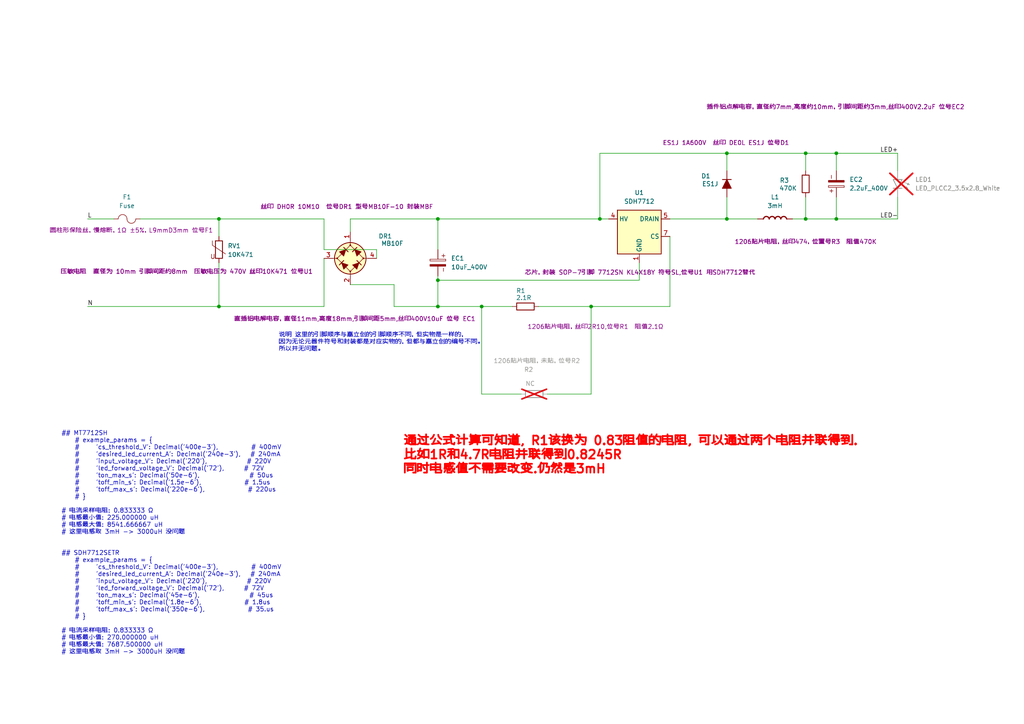
<source format=kicad_sch>
(kicad_sch (version 20250114) (generator "eeschema") (generator_version "9.0")
  (paper "A4")
  (lib_symbols
    (symbol "Device:Varistor" (pin_numbers (hide yes)) (pin_names (offset 0))
      (property "Reference" "RV" (at 3.175 0 90))
      (property "Value" "Varistor" (at -3.175 0 90))
      (symbol "Varistor_0_0"
        (text "U" (at -1.778 -2.032 0) (effects (font (size 1.27 1.27))))
      )
      (symbol "Varistor_0_1"
        (polyline (pts (xy -1.905 2.54) (xy -1.905 1.27) (xy 1.905 -1.27)))
        (rectangle (start -1.016 -2.54) (end 1.016 2.54) (stroke (width 0.254)))
      )
      (symbol "Varistor_1_1"
        (pin passive line (at 0 3.81 270) (length 1.27) (name "~") (number "1"))
        (pin passive line (at 0 -3.81 90) (length 1.27) (name "~") (number "2"))
      )
    )
    (symbol "Library:SDH7712"
      (property "Reference" "U" (at 0 0 0))
      (property "Value" "SDH7712" (at 0 0 0))
      (symbol "SDH7712_0_1"
        (rectangle (start -6.35 7.62) (end 6.35 -5.08) (stroke (width 0.254)) (fill (type background)))
      )
      (symbol "SDH7712_1_1"
        (pin power_in line (at -8.89 5.08 0) (length 2.54) (name "HV") (number "4"))
        (pin no_connect line (at -2.54 2.54 0) (length 2.54) (hide yes) (name "NC") (number "2"))
        (pin no_connect line (at -2.54 2.54 0) (length 2.54) (hide yes) (name "NC") (number "3"))
        (pin power_in line (at 0 -7.62 90) (length 2.54) (name "GND") (number "1"))
        (pin power_out line (at 8.89 5.08 180) (length 2.54) (name "DRAIN") (number "5"))
        (pin power_out line (at 8.89 5.08 180) (length 2.54) (hide yes) (name "DRAIN") (number "6"))
        (pin passive line (at 8.89 0 180) (length 2.54) (name "CS") (number "7"))
      )
    )
    (symbol "PCM_Device_AKL:Fuse" (pin_numbers (hide yes)) (pin_names (offset 0))
      (property "Reference" "F" (at 0 4.572 0))
      (property "Value" "Fuse" (at 0 3.175 0))
      (symbol "Fuse_0_1"
        (arc (start -2.54 0) (mid -1.27 1.2645) (end 0 0))
        (arc (start 2.54 0) (mid 1.27 -1.2645) (end 0 0))
      )
      (symbol "Fuse_1_1"
        (pin passive line (at -3.81 0 0) (length 1.27) (name "~") (number "1"))
        (pin passive line (at 3.81 0 180) (length 1.27) (name "~") (number "2"))
      )
    )
    (symbol "PCM_Diode_AKL:ES1J" (pin_numbers (hide yes)) (pin_names (offset 1.016) (hide yes))
      (property "Reference" "D" (at 0 5.08 0))
      (property "Value" "ES1J" (at 0 2.54 0))
      (symbol "ES1J_0_1"
        (polyline (pts (xy -1.27 1.27) (xy -1.27 -1.27) (xy 1.27 0) (xy -1.27 1.27)) (stroke (width 0.254)) (fill (type outline)))
        (polyline (pts (xy -1.27 0) (xy 1.27 0)))
        (polyline (pts (xy 1.27 1.27) (xy 1.27 -1.27)) (stroke (width 0.254)))
      )
      (symbol "ES1J_0_2"
        (polyline (pts (xy -2.54 -2.54) (xy 2.54 2.54)))
        (polyline (pts (xy -0.889 -0.889) (xy -1.778 0) (xy 0.889 0.889) (xy 0 -1.778) (xy -0.889 -0.889)) (stroke (width 0.254)) (fill (type outline)))
        (polyline (pts (xy 0 1.778) (xy 1.778 0)) (stroke (width 0.254)))
      )
      (symbol "ES1J_1_1"
        (pin passive line (at -3.81 0 0) (length 2.54) (name "A") (number "2"))
        (pin passive line (at 3.81 0 180) (length 2.54) (name "K") (number "1"))
      )
      (symbol "ES1J_1_2"
        (pin passive line (at -2.54 -2.54 0) (length 0) (name "A") (number "2"))
        (pin passive line (at 2.54 2.54 180) (length 0) (name "K") (number "1"))
      )
    )
    (symbol "PCM_Diode_Bridge_AKL:MB10F" (pin_names (offset 1.016) (hide yes))
      (property "Reference" "D" (at 5.08 7.62 0))
      (property "Value" "MB10F" (at 5.08 5.08 0))
      (symbol "MB10F_0_1"
        (polyline (pts (xy -5.08 0) (xy -3.81 0)))
        (circle (center -3.81 0) (radius 0.1778) (fill (type outline)))
        (polyline (pts (xy -2.54 -1.27) (xy -1.905 -3.175) (xy -0.635 -1.905) (xy -2.54 -1.27)) (fill (type outline)))
        (polyline (pts (xy -1.905 3.175) (xy -0.635 1.905)) (stroke (width 0.254)))
        (polyline (pts (xy -1.905 -0.635) (xy -3.175 -1.905)) (stroke (width 0.254)))
        (polyline (pts (xy -1.27 2.54) (xy -1.905 0.635) (xy -3.175 1.905) (xy -1.27 2.54)) (fill (type outline)))
        (polyline (pts (xy 0 5.08) (xy 0 3.81)))
        (polyline (pts (xy 0 3.81) (xy -3.81 0) (xy 0 -3.81) (xy 3.81 0) (xy 0 3.81)))
        (circle (center 0 0) (radius 4.572) (stroke (width 0.254)) (fill (type background)))
        (polyline (pts (xy 0 -5.08) (xy 0 -3.81)))
        (polyline (pts (xy 1.27 2.54) (xy 3.175 1.905) (xy 1.905 0.635) (xy 1.27 2.54)) (fill (type outline)))
        (polyline (pts (xy 1.905 3.175) (xy 0.635 1.905)) (stroke (width 0.254)))
        (polyline (pts (xy 2.54 -1.27) (xy 0.635 -1.905) (xy 1.905 -3.175) (xy 2.54 -1.27)) (fill (type outline)))
        (polyline (pts (xy 3.175 -1.905) (xy 1.905 -0.635)) (stroke (width 0.254)))
        (polyline (pts (xy 5.08 0) (xy 3.81 0)))
      )
      (symbol "MB10F_1_1"
        (circle (center 0 3.81) (radius 0.1778) (fill (type outline)))
        (circle (center 0 -3.81) (radius 0.1778) (fill (type outline)))
        (circle (center 3.81 0) (radius 0.1778) (fill (type outline)))
        (pin passive line (at -7.62 0 0) (length 2.54) (name "1") (number "3"))
        (pin passive line (at 0 7.62 270) (length 2.54) (name "+") (number "1"))
        (pin passive line (at 0 -7.62 90) (length 2.54) (name "-") (number "2"))
        (pin passive line (at 7.62 0 180) (length 2.54) (name "2") (number "4"))
      )
    )
    (symbol "PCM_Elektuur:L" (pin_numbers (hide yes)) (pin_names (offset 0) (hide yes))
      (property "Reference" "L" (at 2.54 3.175 0))
      (property "Value" "L" (at 2.54 -3.175 0))
      (symbol "L_1_0"
        (arc (start 0 3.302) (mid 0.6604 2.5146) (end 0 1.7272) (stroke (width 0.254)))
        (arc (start 0 1.6256) (mid 0.6604 0.8382) (end 0 0.0508) (stroke (width 0.254)))
        (arc (start 0 -0.0508) (mid 0.6604 -0.8382) (end 0 -1.6256) (stroke (width 0.254)))
        (arc (start 0 -1.7272) (mid 0.6604 -2.5146) (end 0 -3.302) (stroke (width 0.254)))
        (arc (start 0 3.4036) (mid 0.762 2.5146) (end 0 1.6256) (stroke (width 0.254)))
        (arc (start 0 1.7272) (mid 0.762 0.8382) (end 0 -0.0508) (stroke (width 0.254)))
        (arc (start 0 0.0508) (mid 0.762 -0.8382) (end 0 -1.7272) (stroke (width 0.254)))
        (arc (start 0 -1.6256) (mid 0.762 -2.5146) (end 0 -3.4036) (stroke (width 0.254)))
        (polyline (pts (xy 0 3.5052) (xy 0 3.302)) (stroke (width 0.254)))
        (polyline (pts (xy 0 1.7272) (xy 0 1.6256)) (stroke (width 0.254)))
        (polyline (pts (xy 0 0.0508) (xy 0 -0.0508)) (stroke (width 0.254)))
        (polyline (pts (xy 0 -1.6256) (xy 0 -1.7272)) (stroke (width 0.254)))
        (polyline (pts (xy 0 -3.302) (xy 0 -3.5052)) (stroke (width 0.254)))
        (pin passive line (at 0 5.08 270) (length 1.5748) (name "+") (number "1"))
        (pin passive line (at 0 -5.08 90) (length 1.5748) (name "-") (number "2"))
      )
      (symbol "L_1_2"
        (rectangle (start 1.524 3.3782) (end 1.9812 -3.3782) (stroke (width 0.254)) (fill (type outline)))
      )
      (symbol "L_1_3"
        (rectangle (start 1.524 3.0988) (end 1.9812 1.9304) (stroke (width 0.254)) (fill (type outline)))
        (rectangle (start 1.524 1.4224) (end 1.9812 0.254) (stroke (width 0.254)) (fill (type outline)))
        (rectangle (start 1.524 -0.254) (end 1.9812 -1.4224) (stroke (width 0.254)) (fill (type outline)))
        (rectangle (start 1.524 -1.9304) (end 1.9812 -3.0988) (stroke (width 0.254)) (fill (type outline)))
      )
    )
    (symbol "PCM_LED_AKL:LED_PLCC2_3.5x2.8_White" (pin_numbers (hide yes)) (pin_names (offset 1.016) (hide yes))
      (property "Reference" "LED" (at 0 7.62 0))
      (property "Value" "LED_PLCC2_3.5x2.8_White" (at 0 5.08 0))
      (symbol "LED_PLCC2_3.5x2.8_White_0_1"
        (polyline (pts (xy -1.27 1.27) (xy -1.27 -1.27) (xy 1.27 0) (xy -1.27 1.27)) (stroke (width 0.254)) (fill (type color) (color 255 255 255 1)))
        (polyline (pts (xy -0.508 1.905) (xy 0.254 3.429)) (stroke (width 0.1524)))
        (polyline (pts (xy 0.254 2.794) (xy -0.254 3.048) (xy 0.254 3.429) (xy 0.254 2.794)) (fill (type outline)))
        (polyline (pts (xy 0.508 1.397) (xy 1.27 2.921)) (stroke (width 0.1524)))
        (polyline (pts (xy 1.27 2.286) (xy 0.762 2.54) (xy 1.27 2.921) (xy 1.27 2.286)) (stroke (width 0.1524)) (fill (type outline)))
        (polyline (pts (xy 1.27 1.27) (xy 1.27 -1.27)) (stroke (width 0.254)))
      )
      (symbol "LED_PLCC2_3.5x2.8_White_0_2"
        (polyline (pts (xy -2.54 -2.54) (xy -0.889 -0.889)))
        (polyline (pts (xy -2.159 2.413) (xy -2.286 1.778) (xy -1.6764 1.9812) (xy -2.159 2.413)) (fill (type outline)))
        (polyline (pts (xy -1.651 0.889) (xy -2.159 2.413)))
        (polyline (pts (xy -1.016 2.794) (xy -1.143 2.159) (xy -0.5334 2.3622) (xy -1.016 2.794)) (fill (type outline)))
        (polyline (pts (xy -0.889 -0.889) (xy -1.778 0) (xy 0.889 0.889) (xy 0 -1.778) (xy -0.889 -0.889)) (stroke (width 0.254)) (fill (type color) (color 255 255 255 1)))
        (polyline (pts (xy -0.508 1.27) (xy -1.016 2.794)))
        (polyline (pts (xy 0 1.778) (xy 1.778 0)) (stroke (width 0.254)))
        (polyline (pts (xy 0.889 0.889) (xy 2.54 2.54)))
      )
      (symbol "LED_PLCC2_3.5x2.8_White_1_1"
        (pin passive line (at -3.81 0 0) (length 2.54) (name "A") (number "2"))
        (pin passive line (at 3.81 0 180) (length 2.54) (name "K") (number "1"))
      )
      (symbol "LED_PLCC2_3.5x2.8_White_1_2"
        (pin passive line (at -2.54 -2.54 0) (length 0) (name "A") (number "2"))
        (pin passive line (at 2.54 2.54 180) (length 0) (name "K") (number "1"))
      )
    )
    (symbol "PCM_Resistor_AKL:R_1206" (pin_numbers (hide yes)) (pin_names (offset 0))
      (property "Reference" "R" (at 2.54 1.27 0))
      (property "Value" "R_1206" (at 2.54 -1.27 0))
      (symbol "R_1206_0_1"
        (rectangle (start -1.016 2.54) (end 1.016 -2.54) (stroke (width 0.254)))
      )
      (symbol "R_1206_0_2"
        (polyline (pts (xy -2.54 -2.54) (xy -1.524 -1.524)))
        (polyline (pts (xy 1.524 1.524) (xy 2.54 2.54)))
        (polyline (pts (xy 1.524 1.524) (xy 0.889 2.159) (xy -2.159 -0.889) (xy -0.889 -2.159) (xy 2.159 0.889) (xy 1.524 1.524)) (stroke (width 0.254)))
      )
      (symbol "R_1206_1_1"
        (pin passive line (at 0 3.81 270) (length 1.27) (name "~") (number "1"))
        (pin passive line (at 0 -3.81 90) (length 1.27) (name "~") (number "2"))
      )
      (symbol "R_1206_1_2"
        (pin passive line (at -2.54 -2.54 0) (length 0) (name "") (number "2"))
        (pin passive line (at 2.54 2.54 180) (length 0) (name "") (number "1"))
      )
    )
    (symbol "PCM_SL_Capacitors:10uF_400V"
      (property "Reference" "C" (at 0 7.62 0))
      (property "Value" "10uF_400V" (at 0 5.08 0))
      (symbol "10uF_400V_0_0"
        (text "+" (at -2.032 1.524 0) (effects (font (size 1.27 1.27))))
        (text "-" (at 2.032 1.524 0) (effects (font (size 1.27 1.27))))
      )
      (symbol "10uF_400V_0_1"
        (rectangle (start -1.016 -2.286) (end -0.508 2.286))
        (rectangle (start 0.508 -2.286) (end 1.016 2.286) (fill (type outline)))
      )
      (symbol "10uF_400V_1_1"
        (pin passive line (at -3.81 0 0) (length 2.7) (name "~") (number "1"))
        (pin input line (at 3.81 0 180) (length 2.7) (name "~") (number "2"))
      )
    )
    (symbol "PCM_SL_Capacitors:2.2uF_400V"
      (property "Reference" "C" (at 0 7.62 0))
      (property "Value" "2.2uF_400V" (at 0 5.08 0))
      (symbol "2.2uF_400V_0_0"
        (text "+" (at -2.032 1.524 0) (effects (font (size 1.27 1.27))))
        (text "-" (at 2.032 1.524 0) (effects (font (size 1.27 1.27))))
      )
      (symbol "2.2uF_400V_0_1"
        (rectangle (start -1.016 -2.286) (end -0.508 2.286))
        (rectangle (start 0.508 -2.286) (end 1.016 2.286) (fill (type outline)))
      )
      (symbol "2.2uF_400V_1_1"
        (pin passive line (at -3.81 0 0) (length 2.7) (name "~") (number "1"))
        (pin input line (at 3.81 0 180) (length 2.7) (name "~") (number "2"))
      )
    )
  )
  (text "通过公式计算可知道, R1该换为 0.83阻值的电阻, 可以通过两个电阻并联得到.\n比如1R和4.7R电阻并联得到0.8245R\n同时电感值不需要改变.仍然是3mH" (at 116.84 132.08 0) (effects (font (size 2.54 2.54) (thickness 0.508) (bold yes)) (justify left)))
  (text "说明 这里的引脚顺序与嘉立创的引脚顺序不同，但实物是一样的，\n因为无论元器件符号和封装都是对应实物的，但都与嘉立创的编号不同。\n所以并无问题。" (exclude_from_sim yes) (at 80.772 99.314 0) (effects (font (size 1.27 1.27)) (justify left)))
  (text "## MT7712SH\n    # example_params = {\n    #     'cs_threshold_V': Decimal('400e-3'),          # 400mV\n    #     'desired_led_current_A': Decimal('240e-3'),   # 240mA\n    #     'input_voltage_V': Decimal('220'),            # 220V\n    #     'led_forward_voltage_V': Decimal('72'),      # 72V\n    #     'ton_max_s': Decimal('50e-6'),               # 50us\n    #     'toff_min_s': Decimal('1.5e-6'),             # 1.5us\n    #     'toff_max_s': Decimal('220e-6'),             # 220us\n    # }\n\n# 电流采样电阻: 0.833333 Ω\n# 电感最小值: 225.000000 uH\n# 电感最大值: 8541.666667 uH\n# 这里电感取 3mH -> 3000uH 没问题\n\n\n## SDH7712SETR\n    # example_params = {\n    #     'cs_threshold_V': Decimal('400e-3'),          # 400mV\n    #     'desired_led_current_A': Decimal('240e-3'),   # 240mA\n    #     'input_voltage_V': Decimal('220'),            # 220V\n    #     'led_forward_voltage_V': Decimal('72'),      # 72V\n    #     'ton_max_s': Decimal('45e-6'),               # 45us\n    #     'toff_min_s': Decimal('1.8e-6'),             # 1.8us\n    #     'toff_max_s': Decimal('350e-6'),             # 35.us\n    # }\n\n# 电流采样电阻: 0.833333 Ω\n# 电感最小值: 270.000000 uH\n# 电感最大值: 7687.500000 uH\n# 这里电感取 3mH -> 3000uH 没问题" (exclude_from_sim yes) (at 17.78 157.48 0) (effects (font (size 1.27 1.27)) (justify left)))
  (junction (at 63.5 63.5))
  (junction (at 242.57 44.45))
  (junction (at 171.45 88.9))
  (junction (at 127 63.5))
  (junction (at 139.7 88.9))
  (junction (at 173.99 63.5))
  (junction (at 233.68 63.5))
  (junction (at 233.68 44.45))
  (junction (at 127 88.9))
  (junction (at 210.82 44.45))
  (junction (at 242.57 63.5))
  (junction (at 63.5 88.9))
  (junction (at 127 81.28))
  (junction (at 210.82 63.5))
  (wire (pts (xy 25.4 88.9) (xy 63.5 88.9)))
  (wire (pts (xy 210.82 44.45) (xy 210.82 49.53)))
  (wire (pts (xy 242.57 63.5) (xy 260.35 63.5)))
  (wire (pts (xy 40.64 63.5) (xy 63.5 63.5)))
  (wire (pts (xy 210.82 44.45) (xy 233.68 44.45)))
  (wire (pts (xy 63.5 88.9) (xy 93.98 88.9)))
  (wire (pts (xy 127 63.5) (xy 173.99 63.5)))
  (wire (pts (xy 260.35 44.45) (xy 260.35 49.53)))
  (wire (pts (xy 158.75 114.3) (xy 171.45 114.3)))
  (wire (pts (xy 229.87 63.5) (xy 233.68 63.5)))
  (wire (pts (xy 260.35 57.15) (xy 260.35 63.5)))
  (wire (pts (xy 173.99 63.5) (xy 176.53 63.5)))
  (wire (pts (xy 101.6 67.31) (xy 101.6 63.5)))
  (wire (pts (xy 171.45 88.9) (xy 194.31 88.9)))
  (wire (pts (xy 242.57 44.45) (xy 260.35 44.45)))
  (wire (pts (xy 173.99 44.45) (xy 210.82 44.45)))
  (wire (pts (xy 210.82 63.5) (xy 219.71 63.5)))
  (wire (pts (xy 151.13 114.3) (xy 139.7 114.3)))
  (wire (pts (xy 101.6 63.5) (xy 127 63.5)))
  (wire (pts (xy 139.7 88.9) (xy 148.59 88.9)))
  (wire (pts (xy 93.98 72.39) (xy 109.22 72.39)))
  (wire (pts (xy 233.68 44.45) (xy 242.57 44.45)))
  (wire (pts (xy 210.82 57.15) (xy 210.82 63.5)))
  (wire (pts (xy 233.68 44.45) (xy 233.68 49.53)))
  (wire (pts (xy 63.5 88.9) (xy 63.5 76.2)))
  (wire (pts (xy 93.98 63.5) (xy 63.5 63.5)))
  (wire (pts (xy 127 81.28) (xy 185.42 81.28)))
  (wire (pts (xy 185.42 81.28) (xy 185.42 76.2)))
  (wire (pts (xy 63.5 63.5) (xy 63.5 68.58)))
  (wire (pts (xy 114.3 88.9) (xy 127 88.9)))
  (wire (pts (xy 156.21 88.9) (xy 171.45 88.9)))
  (wire (pts (xy 109.22 72.39) (xy 109.22 74.93)))
  (wire (pts (xy 139.7 114.3) (xy 139.7 88.9)))
  (wire (pts (xy 127 88.9) (xy 139.7 88.9)))
  (wire (pts (xy 127 63.5) (xy 127 72.39)))
  (wire (pts (xy 127 81.28) (xy 127 80.01)))
  (wire (pts (xy 25.4 63.5) (xy 33.02 63.5)))
  (wire (pts (xy 233.68 57.15) (xy 233.68 63.5)))
  (wire (pts (xy 127 88.9) (xy 127 81.28)))
  (wire (pts (xy 242.57 44.45) (xy 242.57 49.53)))
  (wire (pts (xy 242.57 57.15) (xy 242.57 63.5)))
  (wire (pts (xy 194.31 63.5) (xy 210.82 63.5)))
  (wire (pts (xy 101.6 82.55) (xy 114.3 82.55)))
  (wire (pts (xy 93.98 74.93) (xy 93.98 88.9)))
  (wire (pts (xy 233.68 63.5) (xy 242.57 63.5)))
  (wire (pts (xy 114.3 82.55) (xy 114.3 88.9)))
  (wire (pts (xy 194.31 88.9) (xy 194.31 68.58)))
  (wire (pts (xy 171.45 114.3) (xy 171.45 88.9)))
  (wire (pts (xy 173.99 63.5) (xy 173.99 44.45)))
  (wire (pts (xy 93.98 63.5) (xy 93.98 72.39)))
  (label "L" (at 25.4 63.5 0))
  (label "N" (at 25.4 88.9 0))
  (label "LED-" (at 255.27 63.5 0))
  (label "LED+" (at 255.27 44.45 0))
  (symbol (lib_id "PCM_Resistor_AKL:R_1206") (at 154.94 114.3 90) (unit 1) (dnp yes)
    (property "Reference" "R2" (at 154.686 107.188 90) (effects (justify left)))
    (property "Value" "NC" (at 155.194 111.252 90) (effects (justify left)))
    (property "Footprint" "PCM_Resistor_SMD_AKL:R_1206_3216Metric" (effects (hide yes)))
    (property "Description" "SMD 1206 Chip Resistor, European Symbol, Alternate KiCad Library" (effects (hide yes)))
    (property "抄板" "1206贴片电阻，未贴，位号R2" (at 155.702 104.648 90))
  )
  (symbol (lib_id "Library:SDH7712") (at 185.42 68.58 0) (unit 1)
    (property "Reference" "U1" (at 185.42 55.88 0))
    (property "Value" "SDH7712" (at 185.42 58.42 0))
    (property "Footprint" "Library:SOP-8-7p_3.9x4.9mm_P1.27mm" (effects (hide yes)))
    (property "Datasheet" "https://item.szlcsc.com/630838.html" (effects (hide yes)))
    (property "Description" "SOP-7 LED驱动 降压  -40℃~+125℃  vin85Vac~265Vac" (effects (hide yes)))
    (property "抄板" "芯片，封装 SOP-7引脚 7712SN KL4X18Y 符号SL,位号U1 用SDH7712替代" (at 185.674 78.994 0))
  )
  (symbol (lib_id "PCM_Resistor_AKL:R_1206") (at 233.68 53.34 180) (unit 1)
    (property "Reference" "R3" (at 228.854 52.324 0) (effects (justify left)))
    (property "Value" "470K" (at 231.14 54.61 0) (effects (justify left)))
    (property "Footprint" "PCM_Resistor_SMD_AKL:R_1206_3216Metric" (effects (hide yes)))
    (property "Description" "SMD 1206 Chip Resistor, European Symbol, Alternate KiCad Library" (effects (hide yes)))
    (property "抄板" "1206贴片电阻，丝印474，位置号R3  阻值470K" (at 233.68 70.104 0))
  )
  (symbol (lib_id "PCM_Elektuur:L") (at 224.79 63.5 90) (unit 1)
    (property "Reference" "L1" (at 224.79 57.15 90))
    (property "Value" "3mH" (at 224.79 59.69 90))
    (property "Description" "coil/winding/inductor/choke/reactor" (effects (hide yes)))
    (property "Indicator" "●" (effects (hide yes)))
    (property "Rating" "A" (effects (hide yes)))
    (property "抄板" "EE10 p4-p5" (effects (hide yes)))
  )
  (symbol (lib_id "PCM_SL_Capacitors:10uF_400V") (at 127 76.2 270) (unit 1)
    (property "Reference" "EC1" (at 130.81 74.9299 90) (effects (justify left)))
    (property "Value" "10uF_400V" (at 130.81 77.4699 90) (effects (justify left)))
    (property "Footprint" "Capacitor_THT:CP_Radial_D10.0mm_P5.00mm" (effects (hide yes)))
    (property "Description" "10uF, 400V Electrolytic Capacitor" (effects (hide yes)))
    (property "抄板" "直插铝电解电容，直径11mm,高度18mm,引脚间距5mm,丝印400V10uF 位号 EC1 " (at 103.378 92.456 90))
  )
  (symbol (lib_id "PCM_Resistor_AKL:R_1206") (at 152.4 88.9 90) (unit 1)
    (property "Reference" "R1" (at 152.4 84.328 90) (effects (justify left)))
    (property "Value" "2.1R" (at 154.178 86.36 90) (effects (justify left)))
    (property "Footprint" "PCM_Resistor_SMD_AKL:R_1206_3216Metric" (effects (hide yes)))
    (property "Description" "SMD 1206 Chip Resistor, European Symbol, Alternate KiCad Library" (effects (hide yes)))
    (property "抄板" "1206贴片电阻，丝印2R10,位号R1  阻值2.1Ω" (at 172.72 94.742 90))
  )
  (symbol (lib_id "Device:Varistor") (at 63.5 72.39 0) (unit 1)
    (property "Reference" "RV1" (at 66.04 71.3132 0) (effects (justify left)))
    (property "Value" "10K471" (at 66.04 73.8532 0) (effects (justify left)))
    (property "Footprint" "Varistor:RV_Disc_D12mm_W4.2mm_P7.5mm" (effects (hide yes)))
    (property "Description" "Voltage dependent resistor" (effects (hide yes)))
    (property "Sim.Name" "kicad_builtin_varistor" (effects (hide yes)))
    (property "Sim.Device" "SUBCKT" (effects (hide yes)))
    (property "Sim.Pins" "1=A 2=B" (effects (hide yes)))
    (property "Sim.Params" "threshold=1k" (effects (hide yes)))
    (property "Sim.Library" "${KICAD9_SYMBOL_DIR}/Simulation_SPICE.sp" (effects (hide yes)))
    (property "抄板" "压敏电阻  直径为 10mm 引脚间距约8mm  压敏电压为 470V 丝印10K471 位号U1 " (at 54.61 78.74 0))
  )
  (symbol (lib_id "PCM_SL_Capacitors:2.2uF_400V") (at 242.57 53.34 90) (unit 1)
    (property "Reference" "EC2" (at 246.38 52.0699 90) (effects (justify right)))
    (property "Value" "2.2uF_400V" (at 246.38 54.6099 90) (effects (justify right)))
    (property "Footprint" "Capacitor_THT:CP_Radial_D6.3mm_P2.50mm" (effects (hide yes)))
    (property "Description" "2.2uF, 400V Electrolytic Capacitor" (effects (hide yes)))
    (property "抄板" "插件铝点解电容，直径约7mm,高度约10mm，引脚间距约3mm,丝印400V2.2uF 位号EC2" (at 242.316 30.988 90))
  )
  (symbol (lib_id "PCM_Device_AKL:Fuse") (at 36.83 63.5 0) (unit 1)
    (property "Reference" "F1" (at 36.83 57.15 0))
    (property "Value" "Fuse" (at 36.83 59.69 0))
    (property "Footprint" "Library:Fuse_L10xD3mm" (effects (hide yes)))
    (property "Description" "Fuse, Alternate KiCAD Library" (effects (hide yes)))
    (property "抄板" "圆柱形保险丝，慢熔断，1Ω ±5%，L9mmD3mm 位号F1" (at 38.1 66.802 0))
  )
  (symbol (lib_id "PCM_Diode_AKL:ES1J") (at 210.82 53.34 90) (unit 1)
    (property "Reference" "D1" (at 204.724 51.054 90))
    (property "Value" "ES1J" (at 205.994 53.34 90))
    (property "Footprint" "PCM_Diode_SMD_AKL:D_SMA" (effects (hide yes)))
    (property "Datasheet" "https://www.tme.eu/Document/2e966c9aeadd1dd81b361923a90daea4/es1a.pdf" (effects (hide yes)))
    (property "Description" "SMA Diode, Ultrafast Rectifier, 600V, 1A, 35ns, Alternate KiCad Library" (effects (hide yes)))
    (property "抄板" "ES1J 1A600V  丝印 DE0L ES1J 位号D1" (at 210.566 41.402 90))
  )
  (symbol (lib_id "PCM_LED_AKL:LED_PLCC2_3.5x2.8_White") (at 260.35 53.34 270) (unit 1) (on_board no) (dnp yes)
    (property "Reference" "LED1" (at 265.43 52.0699 90) (effects (justify left)))
    (property "Value" "LED_PLCC2_3.5x2.8_White" (at 265.43 54.6099 90) (effects (justify left)))
    (property "Footprint" "PCM_LED_SMD_AKL:LED_PLCC_2835" (effects (hide yes)))
    (property "Description" "White SMD LED, PLCC2 3.5mm length, 2.8mm width, Alternate KiCad Library" (effects (hide yes)))
  )
  (symbol (lib_id "PCM_Diode_Bridge_AKL:MB10F") (at 101.6 74.93 0) (unit 1)
    (property "Reference" "DR1" (at 111.76 68.5098 0))
    (property "Value" "MB10F" (at 113.792 70.612 0))
    (property "Footprint" "PCM_Diode_SMD_AKL:Diode_Bridge_MBF" (effects (hide yes)))
    (property "Datasheet" "https://www.tme.eu/Document/4cfd2903510a87ef03af3a5e6ab3e5bb/MB05F_SER.pdf" (effects (hide yes)))
    (property "Description" "0.8A, 1000V, SMD Diode bridge, Alternate KiCAD Library" (effects (hide yes)))
    (property "抄板1" "https://item.szlcsc.com/828989.html?fromZone=s_s__%2522MB10F-10%2522&spm=sc.gbn.xh3.zy.n___sc.gbn.hd.ss&lcsc_vid=RVdZVgBSQ1UPVFwHFlFdX11XRQBXVwdTFlhXUVQDEVAxVlNST1ZdXlNRQ1lcVDsOAxUeFF5JWBIBSRccGwIdBEoFGAxBAAgJFQACSQwSGg0%3D" (effects (hide yes)))
    (property "抄板" "丝印 DH0R 10M10  位号DR1 型号MB10F-10 封装MBF" (at 100.584 59.944 0))
  )
)
</source>
